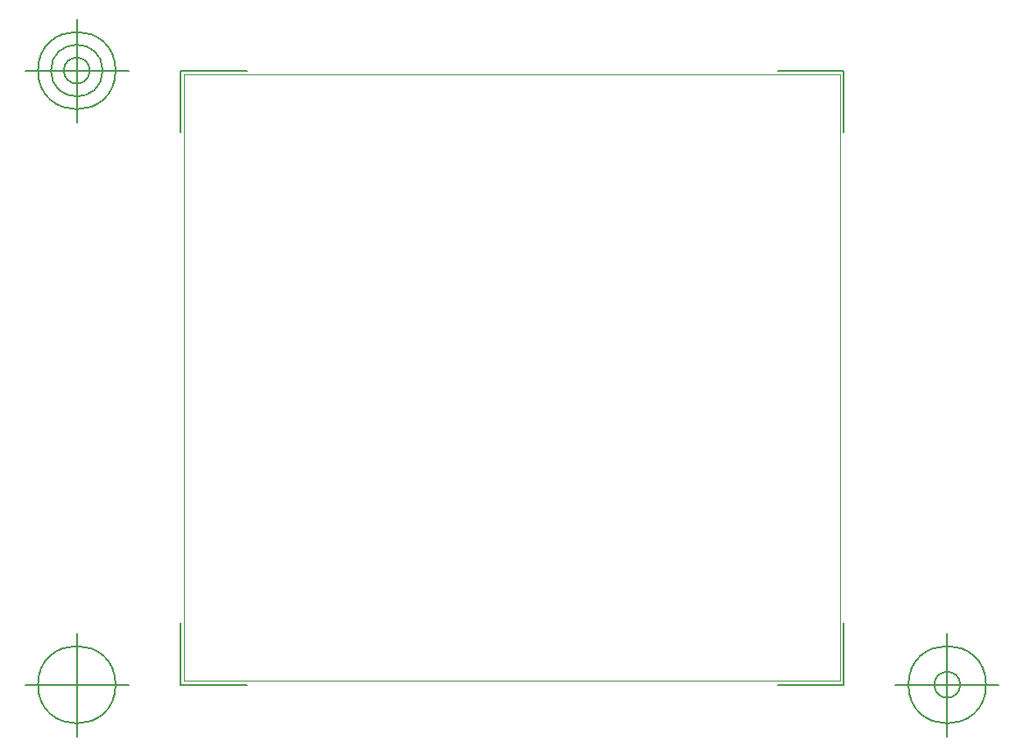
<source format=gbr>
G04 Generated by Ultiboard 11.0 *
%FSLAX25Y25*%
%MOIN*%

%ADD10C,0.00004*%
%ADD11C,0.00500*%


G04 ColorRGB 00FFFF for the following layer *
%LNBoard Outline*%
%LPD*%
%FSLAX25Y25*%
%MOIN*%
G54D10*
X4000Y0D02*
X253500Y0D01*
X253500Y0D02*
X253500Y231000D01*
X253500Y231000D02*
X4000Y231000D01*
X4000Y231000D02*
X4000Y0D01*
G54D11*
X2500Y-1500D02*
X2500Y21900D01*
X2500Y-1500D02*
X27750Y-1500D01*
X255000Y-1500D02*
X229750Y-1500D01*
X255000Y-1500D02*
X255000Y21900D01*
X255000Y232500D02*
X255000Y209100D01*
X255000Y232500D02*
X229750Y232500D01*
X2500Y232500D02*
X27750Y232500D01*
X2500Y232500D02*
X2500Y209100D01*
X-17185Y-1500D02*
X-56555Y-1500D01*
X-36870Y-21185D02*
X-36870Y18185D01*
X-51634Y-1500D02*
G75*
D01*
G02X-51634Y-1500I14764J0*
G01*
X274685Y-1500D02*
X314055Y-1500D01*
X294370Y-21185D02*
X294370Y18185D01*
X279606Y-1500D02*
G75*
D01*
G02X279606Y-1500I14764J0*
G01*
X289449Y-1500D02*
G75*
D01*
G02X289449Y-1500I4921J0*
G01*
X-17185Y232500D02*
X-56555Y232500D01*
X-36870Y212815D02*
X-36870Y252185D01*
X-51634Y232500D02*
G75*
D01*
G02X-51634Y232500I14764J0*
G01*
X-46713Y232500D02*
G75*
D01*
G02X-46713Y232500I9843J0*
G01*
X-41791Y232500D02*
G75*
D01*
G02X-41791Y232500I4921J0*
G01*

M00*

</source>
